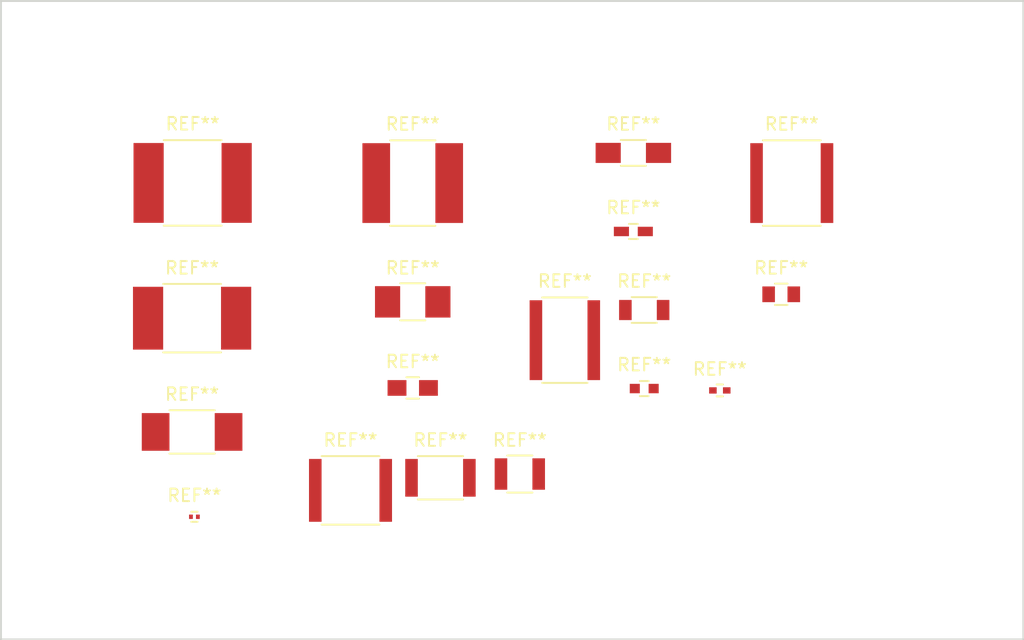
<source format=kicad_pcb>
(kicad_pcb (version 4) (host pcbnew 4.0.5)

  (general
    (links 0)
    (no_connects 0)
    (area 45.644999 40.564999 127.075001 91.515001)
    (thickness 1.6)
    (drawings 4)
    (tracks 0)
    (zones 0)
    (modules 18)
    (nets 1)
  )

  (page A4)
  (layers
    (0 F.Cu signal)
    (31 B.Cu signal)
    (32 B.Adhes user)
    (33 F.Adhes user)
    (34 B.Paste user)
    (35 F.Paste user)
    (36 B.SilkS user)
    (37 F.SilkS user)
    (38 B.Mask user)
    (39 F.Mask user)
    (40 Dwgs.User user)
    (41 Cmts.User user)
    (42 Eco1.User user)
    (43 Eco2.User user)
    (44 Edge.Cuts user)
    (45 Margin user)
    (46 B.CrtYd user)
    (47 F.CrtYd user)
    (48 B.Fab user)
    (49 F.Fab user)
  )

  (setup
    (last_trace_width 0.25)
    (trace_clearance 0.2)
    (zone_clearance 0.508)
    (zone_45_only no)
    (trace_min 0.2)
    (segment_width 0.2)
    (edge_width 0.15)
    (via_size 0.6)
    (via_drill 0.4)
    (via_min_size 0.4)
    (via_min_drill 0.3)
    (uvia_size 0.3)
    (uvia_drill 0.1)
    (uvias_allowed no)
    (uvia_min_size 0.2)
    (uvia_min_drill 0.1)
    (pcb_text_width 0.3)
    (pcb_text_size 1.5 1.5)
    (mod_edge_width 0.15)
    (mod_text_size 1 1)
    (mod_text_width 0.15)
    (pad_size 1.524 1.524)
    (pad_drill 0.762)
    (pad_to_mask_clearance 0.2)
    (aux_axis_origin 0 0)
    (visible_elements 7FFFFFFF)
    (pcbplotparams
      (layerselection 0x00030_80000001)
      (usegerberextensions false)
      (excludeedgelayer true)
      (linewidth 0.100000)
      (plotframeref false)
      (viasonmask false)
      (mode 1)
      (useauxorigin false)
      (hpglpennumber 1)
      (hpglpenspeed 20)
      (hpglpendiameter 15)
      (hpglpenoverlay 2)
      (psnegative false)
      (psa4output false)
      (plotreference true)
      (plotvalue true)
      (plotinvisibletext false)
      (padsonsilk false)
      (subtractmaskfromsilk false)
      (outputformat 1)
      (mirror false)
      (drillshape 1)
      (scaleselection 1)
      (outputdirectory ""))
  )

  (net 0 "")

  (net_class Default "This is the default net class."
    (clearance 0.2)
    (trace_width 0.25)
    (via_dia 0.6)
    (via_drill 0.4)
    (uvia_dia 0.3)
    (uvia_drill 0.1)
  )

  (module C_0201 (layer F.Cu) (tedit 5415D524) (tstamp 0)
    (at 61.100715 81.679999)
    (descr "Capacitor SMD 0201, reflow soldering, AVX (see smccp.pdf)")
    (tags "capacitor 0201")
    (attr smd)
    (fp_text reference REF** (at 0 -1.7) (layer F.SilkS)
      (effects (font (size 1 1) (thickness 0.15)))
    )
    (fp_text value C_0201 (at 0 1.7) (layer F.Fab)
      (effects (font (size 1 1) (thickness 0.15)))
    )
    (fp_line (start -0.3 0.15) (end -0.3 -0.15) (layer F.Fab) (width 0.15))
    (fp_line (start 0.3 0.15) (end -0.3 0.15) (layer F.Fab) (width 0.15))
    (fp_line (start 0.3 -0.15) (end 0.3 0.15) (layer F.Fab) (width 0.15))
    (fp_line (start -0.3 -0.15) (end 0.3 -0.15) (layer F.Fab) (width 0.15))
    (fp_line (start -0.7 -0.55) (end 0.7 -0.55) (layer F.CrtYd) (width 0.05))
    (fp_line (start -0.7 0.55) (end 0.7 0.55) (layer F.CrtYd) (width 0.05))
    (fp_line (start -0.7 -0.55) (end -0.7 0.55) (layer F.CrtYd) (width 0.05))
    (fp_line (start 0.7 -0.55) (end 0.7 0.55) (layer F.CrtYd) (width 0.05))
    (fp_line (start 0.25 0.4) (end -0.25 0.4) (layer F.SilkS) (width 0.15))
    (fp_line (start -0.25 -0.4) (end 0.25 -0.4) (layer F.SilkS) (width 0.15))
    (pad 1 smd rect (at -0.275 0) (size 0.3 0.35) (layers F.Cu F.Paste F.Mask))
    (pad 2 smd rect (at 0.275 0) (size 0.3 0.35) (layers F.Cu F.Paste F.Mask))
    (model Capacitors_SMD.3dshapes/C_0201.wrl
      (at (xyz 0 0 0))
      (scale (xyz 1 1 1))
      (rotate (xyz 0 0 0))
    )
  )

  (module C_0402 (layer F.Cu) (tedit 5415D599) (tstamp 0)
    (at 102.87 71.628)
    (descr "Capacitor SMD 0402, reflow soldering, AVX (see smccp.pdf)")
    (tags "capacitor 0402")
    (attr smd)
    (fp_text reference REF** (at 0 -1.7) (layer F.SilkS)
      (effects (font (size 1 1) (thickness 0.15)))
    )
    (fp_text value C_0402 (at 0 1.7) (layer F.Fab)
      (effects (font (size 1 1) (thickness 0.15)))
    )
    (fp_line (start -0.5 0.25) (end -0.5 -0.25) (layer F.Fab) (width 0.15))
    (fp_line (start 0.5 0.25) (end -0.5 0.25) (layer F.Fab) (width 0.15))
    (fp_line (start 0.5 -0.25) (end 0.5 0.25) (layer F.Fab) (width 0.15))
    (fp_line (start -0.5 -0.25) (end 0.5 -0.25) (layer F.Fab) (width 0.15))
    (fp_line (start -1.15 -0.6) (end 1.15 -0.6) (layer F.CrtYd) (width 0.05))
    (fp_line (start -1.15 0.6) (end 1.15 0.6) (layer F.CrtYd) (width 0.05))
    (fp_line (start -1.15 -0.6) (end -1.15 0.6) (layer F.CrtYd) (width 0.05))
    (fp_line (start 1.15 -0.6) (end 1.15 0.6) (layer F.CrtYd) (width 0.05))
    (fp_line (start 0.25 -0.475) (end -0.25 -0.475) (layer F.SilkS) (width 0.15))
    (fp_line (start -0.25 0.475) (end 0.25 0.475) (layer F.SilkS) (width 0.15))
    (pad 1 smd rect (at -0.55 0) (size 0.6 0.5) (layers F.Cu F.Paste F.Mask))
    (pad 2 smd rect (at 0.55 0) (size 0.6 0.5) (layers F.Cu F.Paste F.Mask))
    (model Capacitors_SMD.3dshapes/C_0402.wrl
      (at (xyz 0 0 0))
      (scale (xyz 1 1 1))
      (rotate (xyz 0 0 0))
    )
  )

  (module C_0603 (layer F.Cu) (tedit 5415D631) (tstamp 0)
    (at 96.860715 71.479999)
    (descr "Capacitor SMD 0603, reflow soldering, AVX (see smccp.pdf)")
    (tags "capacitor 0603")
    (attr smd)
    (fp_text reference REF** (at 0 -1.9) (layer F.SilkS)
      (effects (font (size 1 1) (thickness 0.15)))
    )
    (fp_text value C_0603 (at 0 1.9) (layer F.Fab)
      (effects (font (size 1 1) (thickness 0.15)))
    )
    (fp_line (start -0.8 0.4) (end -0.8 -0.4) (layer F.Fab) (width 0.15))
    (fp_line (start 0.8 0.4) (end -0.8 0.4) (layer F.Fab) (width 0.15))
    (fp_line (start 0.8 -0.4) (end 0.8 0.4) (layer F.Fab) (width 0.15))
    (fp_line (start -0.8 -0.4) (end 0.8 -0.4) (layer F.Fab) (width 0.15))
    (fp_line (start -1.45 -0.75) (end 1.45 -0.75) (layer F.CrtYd) (width 0.05))
    (fp_line (start -1.45 0.75) (end 1.45 0.75) (layer F.CrtYd) (width 0.05))
    (fp_line (start -1.45 -0.75) (end -1.45 0.75) (layer F.CrtYd) (width 0.05))
    (fp_line (start 1.45 -0.75) (end 1.45 0.75) (layer F.CrtYd) (width 0.05))
    (fp_line (start -0.35 -0.6) (end 0.35 -0.6) (layer F.SilkS) (width 0.15))
    (fp_line (start 0.35 0.6) (end -0.35 0.6) (layer F.SilkS) (width 0.15))
    (pad 1 smd rect (at -0.75 0) (size 0.8 0.75) (layers F.Cu F.Paste F.Mask))
    (pad 2 smd rect (at 0.75 0) (size 0.8 0.75) (layers F.Cu F.Paste F.Mask))
    (model Capacitors_SMD.3dshapes/C_0603.wrl
      (at (xyz 0 0 0))
      (scale (xyz 1 1 1))
      (rotate (xyz 0 0 0))
    )
  )

  (module C_0603_HandSoldering (layer F.Cu) (tedit 541A9B4D) (tstamp 0)
    (at 95.99643 58.979999)
    (descr "Capacitor SMD 0603, hand soldering")
    (tags "capacitor 0603")
    (attr smd)
    (fp_text reference REF** (at 0 -1.9) (layer F.SilkS)
      (effects (font (size 1 1) (thickness 0.15)))
    )
    (fp_text value C_0603_HandSoldering (at 0 1.9) (layer F.Fab)
      (effects (font (size 1 1) (thickness 0.15)))
    )
    (fp_line (start -0.8 0.4) (end -0.8 -0.4) (layer F.Fab) (width 0.15))
    (fp_line (start 0.8 0.4) (end -0.8 0.4) (layer F.Fab) (width 0.15))
    (fp_line (start 0.8 -0.4) (end 0.8 0.4) (layer F.Fab) (width 0.15))
    (fp_line (start -0.8 -0.4) (end 0.8 -0.4) (layer F.Fab) (width 0.15))
    (fp_line (start -1.85 -0.75) (end 1.85 -0.75) (layer F.CrtYd) (width 0.05))
    (fp_line (start -1.85 0.75) (end 1.85 0.75) (layer F.CrtYd) (width 0.05))
    (fp_line (start -1.85 -0.75) (end -1.85 0.75) (layer F.CrtYd) (width 0.05))
    (fp_line (start 1.85 -0.75) (end 1.85 0.75) (layer F.CrtYd) (width 0.05))
    (fp_line (start -0.35 -0.6) (end 0.35 -0.6) (layer F.SilkS) (width 0.15))
    (fp_line (start 0.35 0.6) (end -0.35 0.6) (layer F.SilkS) (width 0.15))
    (pad 1 smd rect (at -0.95 0) (size 1.2 0.75) (layers F.Cu F.Paste F.Mask))
    (pad 2 smd rect (at 0.95 0) (size 1.2 0.75) (layers F.Cu F.Paste F.Mask))
    (model Capacitors_SMD.3dshapes/C_0603_HandSoldering.wrl
      (at (xyz 0 0 0))
      (scale (xyz 1 1 1))
      (rotate (xyz 0 0 0))
    )
  )

  (module C_0805 (layer F.Cu) (tedit 5415D6EA) (tstamp 0)
    (at 107.750715 63.979999)
    (descr "Capacitor SMD 0805, reflow soldering, AVX (see smccp.pdf)")
    (tags "capacitor 0805")
    (attr smd)
    (fp_text reference REF** (at 0 -2.1) (layer F.SilkS)
      (effects (font (size 1 1) (thickness 0.15)))
    )
    (fp_text value C_0805 (at 0 2.1) (layer F.Fab)
      (effects (font (size 1 1) (thickness 0.15)))
    )
    (fp_line (start -1 0.625) (end -1 -0.625) (layer F.Fab) (width 0.15))
    (fp_line (start 1 0.625) (end -1 0.625) (layer F.Fab) (width 0.15))
    (fp_line (start 1 -0.625) (end 1 0.625) (layer F.Fab) (width 0.15))
    (fp_line (start -1 -0.625) (end 1 -0.625) (layer F.Fab) (width 0.15))
    (fp_line (start -1.8 -1) (end 1.8 -1) (layer F.CrtYd) (width 0.05))
    (fp_line (start -1.8 1) (end 1.8 1) (layer F.CrtYd) (width 0.05))
    (fp_line (start -1.8 -1) (end -1.8 1) (layer F.CrtYd) (width 0.05))
    (fp_line (start 1.8 -1) (end 1.8 1) (layer F.CrtYd) (width 0.05))
    (fp_line (start 0.5 -0.85) (end -0.5 -0.85) (layer F.SilkS) (width 0.15))
    (fp_line (start -0.5 0.85) (end 0.5 0.85) (layer F.SilkS) (width 0.15))
    (pad 1 smd rect (at -1 0) (size 1 1.25) (layers F.Cu F.Paste F.Mask))
    (pad 2 smd rect (at 1 0) (size 1 1.25) (layers F.Cu F.Paste F.Mask))
    (model Capacitors_SMD.3dshapes/C_0805.wrl
      (at (xyz 0 0 0))
      (scale (xyz 1 1 1))
      (rotate (xyz 0 0 0))
    )
  )

  (module C_0805_HandSoldering (layer F.Cu) (tedit 541A9B8D) (tstamp 0)
    (at 78.45643 71.429999)
    (descr "Capacitor SMD 0805, hand soldering")
    (tags "capacitor 0805")
    (attr smd)
    (fp_text reference REF** (at 0 -2.1) (layer F.SilkS)
      (effects (font (size 1 1) (thickness 0.15)))
    )
    (fp_text value C_0805_HandSoldering (at 0 2.1) (layer F.Fab)
      (effects (font (size 1 1) (thickness 0.15)))
    )
    (fp_line (start -1 0.625) (end -1 -0.625) (layer F.Fab) (width 0.15))
    (fp_line (start 1 0.625) (end -1 0.625) (layer F.Fab) (width 0.15))
    (fp_line (start 1 -0.625) (end 1 0.625) (layer F.Fab) (width 0.15))
    (fp_line (start -1 -0.625) (end 1 -0.625) (layer F.Fab) (width 0.15))
    (fp_line (start -2.3 -1) (end 2.3 -1) (layer F.CrtYd) (width 0.05))
    (fp_line (start -2.3 1) (end 2.3 1) (layer F.CrtYd) (width 0.05))
    (fp_line (start -2.3 -1) (end -2.3 1) (layer F.CrtYd) (width 0.05))
    (fp_line (start 2.3 -1) (end 2.3 1) (layer F.CrtYd) (width 0.05))
    (fp_line (start 0.5 -0.85) (end -0.5 -0.85) (layer F.SilkS) (width 0.15))
    (fp_line (start -0.5 0.85) (end 0.5 0.85) (layer F.SilkS) (width 0.15))
    (pad 1 smd rect (at -1.25 0) (size 1.5 1.25) (layers F.Cu F.Paste F.Mask))
    (pad 2 smd rect (at 1.25 0) (size 1.5 1.25) (layers F.Cu F.Paste F.Mask))
    (model Capacitors_SMD.3dshapes/C_0805_HandSoldering.wrl
      (at (xyz 0 0 0))
      (scale (xyz 1 1 1))
      (rotate (xyz 0 0 0))
    )
  )

  (module C_1206 (layer F.Cu) (tedit 5415D7BD) (tstamp 0)
    (at 96.860715 65.229999)
    (descr "Capacitor SMD 1206, reflow soldering, AVX (see smccp.pdf)")
    (tags "capacitor 1206")
    (attr smd)
    (fp_text reference REF** (at 0 -2.3) (layer F.SilkS)
      (effects (font (size 1 1) (thickness 0.15)))
    )
    (fp_text value C_1206 (at 0 2.3) (layer F.Fab)
      (effects (font (size 1 1) (thickness 0.15)))
    )
    (fp_line (start -1.6 0.8) (end -1.6 -0.8) (layer F.Fab) (width 0.15))
    (fp_line (start 1.6 0.8) (end -1.6 0.8) (layer F.Fab) (width 0.15))
    (fp_line (start 1.6 -0.8) (end 1.6 0.8) (layer F.Fab) (width 0.15))
    (fp_line (start -1.6 -0.8) (end 1.6 -0.8) (layer F.Fab) (width 0.15))
    (fp_line (start -2.3 -1.15) (end 2.3 -1.15) (layer F.CrtYd) (width 0.05))
    (fp_line (start -2.3 1.15) (end 2.3 1.15) (layer F.CrtYd) (width 0.05))
    (fp_line (start -2.3 -1.15) (end -2.3 1.15) (layer F.CrtYd) (width 0.05))
    (fp_line (start 2.3 -1.15) (end 2.3 1.15) (layer F.CrtYd) (width 0.05))
    (fp_line (start 1 -1.025) (end -1 -1.025) (layer F.SilkS) (width 0.15))
    (fp_line (start -1 1.025) (end 1 1.025) (layer F.SilkS) (width 0.15))
    (pad 1 smd rect (at -1.5 0) (size 1 1.6) (layers F.Cu F.Paste F.Mask))
    (pad 2 smd rect (at 1.5 0) (size 1 1.6) (layers F.Cu F.Paste F.Mask))
    (model Capacitors_SMD.3dshapes/C_1206.wrl
      (at (xyz 0 0 0))
      (scale (xyz 1 1 1))
      (rotate (xyz 0 0 0))
    )
  )

  (module C_1206_HandSoldering (layer F.Cu) (tedit 541A9C03) (tstamp 0)
    (at 95.99643 52.729999)
    (descr "Capacitor SMD 1206, hand soldering")
    (tags "capacitor 1206")
    (attr smd)
    (fp_text reference REF** (at 0 -2.3) (layer F.SilkS)
      (effects (font (size 1 1) (thickness 0.15)))
    )
    (fp_text value C_1206_HandSoldering (at 0 2.3) (layer F.Fab)
      (effects (font (size 1 1) (thickness 0.15)))
    )
    (fp_line (start -1.6 0.8) (end -1.6 -0.8) (layer F.Fab) (width 0.15))
    (fp_line (start 1.6 0.8) (end -1.6 0.8) (layer F.Fab) (width 0.15))
    (fp_line (start 1.6 -0.8) (end 1.6 0.8) (layer F.Fab) (width 0.15))
    (fp_line (start -1.6 -0.8) (end 1.6 -0.8) (layer F.Fab) (width 0.15))
    (fp_line (start -3.3 -1.15) (end 3.3 -1.15) (layer F.CrtYd) (width 0.05))
    (fp_line (start -3.3 1.15) (end 3.3 1.15) (layer F.CrtYd) (width 0.05))
    (fp_line (start -3.3 -1.15) (end -3.3 1.15) (layer F.CrtYd) (width 0.05))
    (fp_line (start 3.3 -1.15) (end 3.3 1.15) (layer F.CrtYd) (width 0.05))
    (fp_line (start 1 -1.025) (end -1 -1.025) (layer F.SilkS) (width 0.15))
    (fp_line (start -1 1.025) (end 1 1.025) (layer F.SilkS) (width 0.15))
    (pad 1 smd rect (at -2 0) (size 2 1.6) (layers F.Cu F.Paste F.Mask))
    (pad 2 smd rect (at 2 0) (size 2 1.6) (layers F.Cu F.Paste F.Mask))
    (model Capacitors_SMD.3dshapes/C_1206_HandSoldering.wrl
      (at (xyz 0 0 0))
      (scale (xyz 1 1 1))
      (rotate (xyz 0 0 0))
    )
  )

  (module C_1210 (layer F.Cu) (tedit 5415D85D) (tstamp 0)
    (at 86.970715 78.279999)
    (descr "Capacitor SMD 1210, reflow soldering, AVX (see smccp.pdf)")
    (tags "capacitor 1210")
    (attr smd)
    (fp_text reference REF** (at 0 -2.7) (layer F.SilkS)
      (effects (font (size 1 1) (thickness 0.15)))
    )
    (fp_text value C_1210 (at 0 2.7) (layer F.Fab)
      (effects (font (size 1 1) (thickness 0.15)))
    )
    (fp_line (start -1.6 1.25) (end -1.6 -1.25) (layer F.Fab) (width 0.15))
    (fp_line (start 1.6 1.25) (end -1.6 1.25) (layer F.Fab) (width 0.15))
    (fp_line (start 1.6 -1.25) (end 1.6 1.25) (layer F.Fab) (width 0.15))
    (fp_line (start -1.6 -1.25) (end 1.6 -1.25) (layer F.Fab) (width 0.15))
    (fp_line (start -2.3 -1.6) (end 2.3 -1.6) (layer F.CrtYd) (width 0.05))
    (fp_line (start -2.3 1.6) (end 2.3 1.6) (layer F.CrtYd) (width 0.05))
    (fp_line (start -2.3 -1.6) (end -2.3 1.6) (layer F.CrtYd) (width 0.05))
    (fp_line (start 2.3 -1.6) (end 2.3 1.6) (layer F.CrtYd) (width 0.05))
    (fp_line (start 1 -1.475) (end -1 -1.475) (layer F.SilkS) (width 0.15))
    (fp_line (start -1 1.475) (end 1 1.475) (layer F.SilkS) (width 0.15))
    (pad 1 smd rect (at -1.5 0) (size 1 2.5) (layers F.Cu F.Paste F.Mask))
    (pad 2 smd rect (at 1.5 0) (size 1 2.5) (layers F.Cu F.Paste F.Mask))
    (model Capacitors_SMD.3dshapes/C_1210.wrl
      (at (xyz 0 0 0))
      (scale (xyz 1 1 1))
      (rotate (xyz 0 0 0))
    )
  )

  (module C_1210_HandSoldering (layer F.Cu) (tedit 541A9C39) (tstamp 0)
    (at 78.45643 64.579999)
    (descr "Capacitor SMD 1210, hand soldering")
    (tags "capacitor 1210")
    (attr smd)
    (fp_text reference REF** (at 0 -2.7) (layer F.SilkS)
      (effects (font (size 1 1) (thickness 0.15)))
    )
    (fp_text value C_1210_HandSoldering (at 0 2.7) (layer F.Fab)
      (effects (font (size 1 1) (thickness 0.15)))
    )
    (fp_line (start -1.6 1.25) (end -1.6 -1.25) (layer F.Fab) (width 0.15))
    (fp_line (start 1.6 1.25) (end -1.6 1.25) (layer F.Fab) (width 0.15))
    (fp_line (start 1.6 -1.25) (end 1.6 1.25) (layer F.Fab) (width 0.15))
    (fp_line (start -1.6 -1.25) (end 1.6 -1.25) (layer F.Fab) (width 0.15))
    (fp_line (start -3.3 -1.6) (end 3.3 -1.6) (layer F.CrtYd) (width 0.05))
    (fp_line (start -3.3 1.6) (end 3.3 1.6) (layer F.CrtYd) (width 0.05))
    (fp_line (start -3.3 -1.6) (end -3.3 1.6) (layer F.CrtYd) (width 0.05))
    (fp_line (start 3.3 -1.6) (end 3.3 1.6) (layer F.CrtYd) (width 0.05))
    (fp_line (start 1 -1.475) (end -1 -1.475) (layer F.SilkS) (width 0.15))
    (fp_line (start -1 1.475) (end 1 1.475) (layer F.SilkS) (width 0.15))
    (pad 1 smd rect (at -2 0) (size 2 2.5) (layers F.Cu F.Paste F.Mask))
    (pad 2 smd rect (at 2 0) (size 2 2.5) (layers F.Cu F.Paste F.Mask))
    (model Capacitors_SMD.3dshapes/C_1210_HandSoldering.wrl
      (at (xyz 0 0 0))
      (scale (xyz 1 1 1))
      (rotate (xyz 0 0 0))
    )
  )

  (module C_1812 (layer F.Cu) (tedit 5415D8C7) (tstamp 0)
    (at 80.660002 78.579999)
    (descr "Capacitor SMD 1812, reflow soldering, AVX (see smccp.pdf)")
    (tags "capacitor 1812")
    (attr smd)
    (fp_text reference REF** (at 0 -3) (layer F.SilkS)
      (effects (font (size 1 1) (thickness 0.15)))
    )
    (fp_text value C_1812 (at 0 3) (layer F.Fab)
      (effects (font (size 1 1) (thickness 0.15)))
    )
    (fp_line (start -2.25 1.6) (end -2.25 -1.6) (layer F.Fab) (width 0.15))
    (fp_line (start 2.25 1.6) (end -2.25 1.6) (layer F.Fab) (width 0.15))
    (fp_line (start 2.25 -1.6) (end 2.25 1.6) (layer F.Fab) (width 0.15))
    (fp_line (start -2.25 -1.6) (end 2.25 -1.6) (layer F.Fab) (width 0.15))
    (fp_line (start -3.1 -1.85) (end 3.1 -1.85) (layer F.CrtYd) (width 0.05))
    (fp_line (start -3.1 1.85) (end 3.1 1.85) (layer F.CrtYd) (width 0.05))
    (fp_line (start -3.1 -1.85) (end -3.1 1.85) (layer F.CrtYd) (width 0.05))
    (fp_line (start 3.1 -1.85) (end 3.1 1.85) (layer F.CrtYd) (width 0.05))
    (fp_line (start 1.8 -1.725) (end -1.8 -1.725) (layer F.SilkS) (width 0.15))
    (fp_line (start -1.8 1.725) (end 1.8 1.725) (layer F.SilkS) (width 0.15))
    (pad 1 smd rect (at -2.3 0) (size 1 3) (layers F.Cu F.Paste F.Mask))
    (pad 2 smd rect (at 2.3 0) (size 1 3) (layers F.Cu F.Paste F.Mask))
    (model Capacitors_SMD.3dshapes/C_1812.wrl
      (at (xyz 0 0 0))
      (scale (xyz 1 1 1))
      (rotate (xyz 0 0 0))
    )
  )

  (module C_1812_HandSoldering (layer F.Cu) (tedit 541A9C88) (tstamp 0)
    (at 60.91643 74.929999)
    (descr "Capacitor SMD 1812, hand soldering")
    (tags "capacitor 1812")
    (attr smd)
    (fp_text reference REF** (at 0 -3) (layer F.SilkS)
      (effects (font (size 1 1) (thickness 0.15)))
    )
    (fp_text value C_1812_HandSoldering (at 0 3) (layer F.Fab)
      (effects (font (size 1 1) (thickness 0.15)))
    )
    (fp_line (start -2.25 1.6) (end -2.25 -1.6) (layer F.Fab) (width 0.15))
    (fp_line (start 2.3 1.6) (end -2.25 1.6) (layer F.Fab) (width 0.15))
    (fp_line (start 2.3 -1.6) (end 2.3 1.6) (layer F.Fab) (width 0.15))
    (fp_line (start -2.25 -1.6) (end 2.3 -1.6) (layer F.Fab) (width 0.15))
    (fp_line (start -4.3 -1.85) (end 4.3 -1.85) (layer F.CrtYd) (width 0.05))
    (fp_line (start -4.3 1.85) (end 4.3 1.85) (layer F.CrtYd) (width 0.05))
    (fp_line (start -4.3 -1.85) (end -4.3 1.85) (layer F.CrtYd) (width 0.05))
    (fp_line (start 4.3 -1.85) (end 4.3 1.85) (layer F.CrtYd) (width 0.05))
    (fp_line (start 1.8 -1.725) (end -1.8 -1.725) (layer F.SilkS) (width 0.15))
    (fp_line (start -1.8 1.725) (end 1.8 1.725) (layer F.SilkS) (width 0.15))
    (pad 1 smd rect (at -2.9 0) (size 2.2 3) (layers F.Cu F.Paste F.Mask))
    (pad 2 smd rect (at 2.9 0) (size 2.2 3) (layers F.Cu F.Paste F.Mask))
    (model Capacitors_SMD.3dshapes/C_1812_HandSoldering.wrl
      (at (xyz 0 0 0))
      (scale (xyz 1 1 1))
      (rotate (xyz 0 0 0))
    )
  )

  (module C_1825 (layer F.Cu) (tedit 5415D90C) (tstamp 0)
    (at 90.550002 67.629999)
    (descr "Capacitor SMD 1825, reflow soldering, AVX (see smccp.pdf)")
    (tags "capacitor 1825")
    (attr smd)
    (fp_text reference REF** (at 0 -4.7) (layer F.SilkS)
      (effects (font (size 1 1) (thickness 0.15)))
    )
    (fp_text value C_1825 (at 0 4.7) (layer F.Fab)
      (effects (font (size 1 1) (thickness 0.15)))
    )
    (fp_line (start -2.25 3.2) (end -2.25 -3.2) (layer F.Fab) (width 0.15))
    (fp_line (start 2.25 3.2) (end -2.25 3.2) (layer F.Fab) (width 0.15))
    (fp_line (start 2.25 -3.2) (end 2.25 3.2) (layer F.Fab) (width 0.15))
    (fp_line (start -2.25 -3.2) (end 2.25 -3.2) (layer F.Fab) (width 0.15))
    (fp_line (start -3.1 -3.55) (end 3.1 -3.55) (layer F.CrtYd) (width 0.05))
    (fp_line (start -3.1 3.55) (end 3.1 3.55) (layer F.CrtYd) (width 0.05))
    (fp_line (start -3.1 -3.55) (end -3.1 3.55) (layer F.CrtYd) (width 0.05))
    (fp_line (start 3.1 -3.55) (end 3.1 3.55) (layer F.CrtYd) (width 0.05))
    (fp_line (start 1.8 -3.4) (end -1.8 -3.4) (layer F.SilkS) (width 0.15))
    (fp_line (start -1.8 3.4) (end 1.8 3.4) (layer F.SilkS) (width 0.15))
    (pad 1 smd rect (at -2.3 0) (size 1 6.35) (layers F.Cu F.Paste F.Mask))
    (pad 2 smd rect (at 2.3 0) (size 1 6.35) (layers F.Cu F.Paste F.Mask))
    (model Capacitors_SMD.3dshapes/C_1825.wrl
      (at (xyz 0 0 0))
      (scale (xyz 1 1 1))
      (rotate (xyz 0 0 0))
    )
  )

  (module C_1825_HandSoldering (layer F.Cu) (tedit 541A9CE1) (tstamp 0)
    (at 78.45643 55.129999)
    (descr "Capacitor SMD 1825, hand soldering")
    (tags "capacitor 1825")
    (attr smd)
    (fp_text reference REF** (at 0 -4.7) (layer F.SilkS)
      (effects (font (size 1 1) (thickness 0.15)))
    )
    (fp_text value C_1825_HandSoldering (at 0 4.7) (layer F.Fab)
      (effects (font (size 1 1) (thickness 0.15)))
    )
    (fp_line (start -2.25 3.2) (end -2.25 -3.2) (layer F.Fab) (width 0.15))
    (fp_line (start 2.25 3.2) (end -2.25 3.2) (layer F.Fab) (width 0.15))
    (fp_line (start 2.25 -3.2) (end 2.25 3.2) (layer F.Fab) (width 0.15))
    (fp_line (start -2.25 -3.2) (end 2.25 -3.2) (layer F.Fab) (width 0.15))
    (fp_line (start -4.3 -3.55) (end 4.3 -3.55) (layer F.CrtYd) (width 0.05))
    (fp_line (start -4.3 3.55) (end 4.3 3.55) (layer F.CrtYd) (width 0.05))
    (fp_line (start -4.3 -3.55) (end -4.3 3.55) (layer F.CrtYd) (width 0.05))
    (fp_line (start 4.3 -3.55) (end 4.3 3.55) (layer F.CrtYd) (width 0.05))
    (fp_line (start 1.8 -3.4) (end -1.8 -3.4) (layer F.SilkS) (width 0.15))
    (fp_line (start -1.8 3.4) (end 1.8 3.4) (layer F.SilkS) (width 0.15))
    (pad 1 smd rect (at -2.9 0) (size 2.2 6.35) (layers F.Cu F.Paste F.Mask))
    (pad 2 smd rect (at 2.9 0) (size 2.2 6.35) (layers F.Cu F.Paste F.Mask))
    (model Capacitors_SMD.3dshapes/C_1825_HandSoldering.wrl
      (at (xyz 0 0 0))
      (scale (xyz 1 1 1))
      (rotate (xyz 0 0 0))
    )
  )

  (module C_2220 (layer F.Cu) (tedit 5415D95B) (tstamp 0)
    (at 73.510002 79.579999)
    (descr "Capacitor SMD 2220, reflow soldering, AVX (see smccp.pdf)")
    (tags "capacitor 2220")
    (attr smd)
    (fp_text reference REF** (at 0 -4) (layer F.SilkS)
      (effects (font (size 1 1) (thickness 0.15)))
    )
    (fp_text value C_2220 (at 0 4) (layer F.Fab)
      (effects (font (size 1 1) (thickness 0.15)))
    )
    (fp_line (start -2.75 2.5) (end -2.75 -2.5) (layer F.Fab) (width 0.15))
    (fp_line (start 2.75 2.5) (end -2.75 2.5) (layer F.Fab) (width 0.15))
    (fp_line (start 2.75 -2.5) (end 2.75 2.5) (layer F.Fab) (width 0.15))
    (fp_line (start -2.75 -2.5) (end 2.75 -2.5) (layer F.Fab) (width 0.15))
    (fp_line (start -3.6 -2.85) (end 3.6 -2.85) (layer F.CrtYd) (width 0.05))
    (fp_line (start -3.6 2.85) (end 3.6 2.85) (layer F.CrtYd) (width 0.05))
    (fp_line (start -3.6 -2.85) (end -3.6 2.85) (layer F.CrtYd) (width 0.05))
    (fp_line (start 3.6 -2.85) (end 3.6 2.85) (layer F.CrtYd) (width 0.05))
    (fp_line (start 2.3 -2.725) (end -2.3 -2.725) (layer F.SilkS) (width 0.15))
    (fp_line (start -2.3 2.725) (end 2.3 2.725) (layer F.SilkS) (width 0.15))
    (pad 1 smd rect (at -2.8 0) (size 1 5) (layers F.Cu F.Paste F.Mask))
    (pad 2 smd rect (at 2.8 0) (size 1 5) (layers F.Cu F.Paste F.Mask))
    (model Capacitors_SMD.3dshapes/C_2220.wrl
      (at (xyz 0 0 0))
      (scale (xyz 1 1 1))
      (rotate (xyz 0 0 0))
    )
  )

  (module C_2220_HandSoldering (layer F.Cu) (tedit 541A9D48) (tstamp 0)
    (at 60.91643 65.879999)
    (descr "Capacitor SMD 2220, hand soldering")
    (tags "capacitor 2220")
    (attr smd)
    (fp_text reference REF** (at 0 -4) (layer F.SilkS)
      (effects (font (size 1 1) (thickness 0.15)))
    )
    (fp_text value C_2220_HandSoldering (at 0 4) (layer F.Fab)
      (effects (font (size 1 1) (thickness 0.15)))
    )
    (fp_line (start -2.75 2.5) (end -2.75 -2.5) (layer F.Fab) (width 0.15))
    (fp_line (start 2.75 2.5) (end -2.75 2.5) (layer F.Fab) (width 0.15))
    (fp_line (start 2.75 -2.5) (end 2.75 2.5) (layer F.Fab) (width 0.15))
    (fp_line (start -2.75 -2.5) (end 2.75 -2.5) (layer F.Fab) (width 0.15))
    (fp_line (start -5 -2.85) (end 5 -2.85) (layer F.CrtYd) (width 0.05))
    (fp_line (start -5 2.85) (end 5 2.85) (layer F.CrtYd) (width 0.05))
    (fp_line (start -5 -2.85) (end -5 2.85) (layer F.CrtYd) (width 0.05))
    (fp_line (start 5 -2.85) (end 5 2.85) (layer F.CrtYd) (width 0.05))
    (fp_line (start 2.3 -2.725) (end -2.3 -2.725) (layer F.SilkS) (width 0.15))
    (fp_line (start -2.3 2.725) (end 2.3 2.725) (layer F.SilkS) (width 0.15))
    (pad 1 smd rect (at -3.5 0) (size 2.4 5) (layers F.Cu F.Paste F.Mask))
    (pad 2 smd rect (at 3.5 0) (size 2.4 5) (layers F.Cu F.Paste F.Mask))
    (model Capacitors_SMD.3dshapes/C_2220_HandSoldering.wrl
      (at (xyz 0 0 0))
      (scale (xyz 1 1 1))
      (rotate (xyz 0 0 0))
    )
  )

  (module C_2225 (layer F.Cu) (tedit 5415D9D0) (tstamp 0)
    (at 108.590002 55.129999)
    (descr "Capacitor SMD 2225, reflow soldering, AVX (see smccp.pdf)")
    (tags "capacitor 2225")
    (attr smd)
    (fp_text reference REF** (at 0 -4.7) (layer F.SilkS)
      (effects (font (size 1 1) (thickness 0.15)))
    )
    (fp_text value C_2225 (at 0 4.7) (layer F.Fab)
      (effects (font (size 1 1) (thickness 0.15)))
    )
    (fp_line (start -2.8 3.2) (end -2.8 -3.2) (layer F.Fab) (width 0.15))
    (fp_line (start 2.8 3.2) (end -2.8 3.2) (layer F.Fab) (width 0.15))
    (fp_line (start 2.8 -3.2) (end 2.8 3.2) (layer F.Fab) (width 0.15))
    (fp_line (start -2.8 -3.2) (end 2.8 -3.2) (layer F.Fab) (width 0.15))
    (fp_line (start -3.6 -3.55) (end 3.6 -3.55) (layer F.CrtYd) (width 0.05))
    (fp_line (start -3.6 3.55) (end 3.6 3.55) (layer F.CrtYd) (width 0.05))
    (fp_line (start -3.6 -3.55) (end -3.6 3.55) (layer F.CrtYd) (width 0.05))
    (fp_line (start 3.6 -3.55) (end 3.6 3.55) (layer F.CrtYd) (width 0.05))
    (fp_line (start 2.3 -3.4) (end -2.3 -3.4) (layer F.SilkS) (width 0.15))
    (fp_line (start -2.3 3.4) (end 2.3 3.4) (layer F.SilkS) (width 0.15))
    (pad 1 smd rect (at -2.8 0) (size 1 6.35) (layers F.Cu F.Paste F.Mask))
    (pad 2 smd rect (at 2.8 0) (size 1 6.35) (layers F.Cu F.Paste F.Mask))
    (model Capacitors_SMD.3dshapes/C_2225.wrl
      (at (xyz 0 0 0))
      (scale (xyz 1 1 1))
      (rotate (xyz 0 0 0))
    )
  )

  (module C_2225_HandSoldering (layer F.Cu) (tedit 541A9D9E) (tstamp 0)
    (at 60.96 55.118)
    (descr "Capacitor SMD 2225, hand soldering")
    (tags "capacitor 2225")
    (attr smd)
    (fp_text reference REF** (at 0 -4.7) (layer F.SilkS)
      (effects (font (size 1 1) (thickness 0.15)))
    )
    (fp_text value C_2225_HandSoldering (at 0 4.7) (layer F.Fab)
      (effects (font (size 1 1) (thickness 0.15)))
    )
    (fp_line (start -2.8 3.2) (end -2.8 -3.2) (layer F.Fab) (width 0.15))
    (fp_line (start 2.8 3.2) (end -2.8 3.2) (layer F.Fab) (width 0.15))
    (fp_line (start 2.8 -3.2) (end 2.8 3.2) (layer F.Fab) (width 0.15))
    (fp_line (start -2.8 -3.2) (end 2.8 -3.2) (layer F.Fab) (width 0.15))
    (fp_line (start -5 -3.55) (end 5 -3.55) (layer F.CrtYd) (width 0.05))
    (fp_line (start -5 3.55) (end 5 3.55) (layer F.CrtYd) (width 0.05))
    (fp_line (start -5 -3.55) (end -5 3.55) (layer F.CrtYd) (width 0.05))
    (fp_line (start 5 -3.55) (end 5 3.55) (layer F.CrtYd) (width 0.05))
    (fp_line (start 2.3 -3.4) (end -2.3 -3.4) (layer F.SilkS) (width 0.15))
    (fp_line (start -2.3 3.4) (end 2.3 3.4) (layer F.SilkS) (width 0.15))
    (pad 1 smd rect (at -3.5 0) (size 2.4 6.35) (layers F.Cu F.Paste F.Mask))
    (pad 2 smd rect (at 3.5 0) (size 2.4 6.35) (layers F.Cu F.Paste F.Mask))
    (model Capacitors_SMD.3dshapes/C_2225_HandSoldering.wrl
      (at (xyz 0 0 0))
      (scale (xyz 1 1 1))
      (rotate (xyz 0 0 0))
    )
  )

  (gr_line (start 45.72 91.44) (end 45.72 40.64) (angle 90) (layer Edge.Cuts) (width 0.15))
  (gr_line (start 127 91.44) (end 45.72 91.44) (angle 90) (layer Edge.Cuts) (width 0.15))
  (gr_line (start 127 40.64) (end 127 91.44) (angle 90) (layer Edge.Cuts) (width 0.15))
  (gr_line (start 45.72 40.64) (end 127 40.64) (angle 90) (layer Edge.Cuts) (width 0.15))

)

</source>
